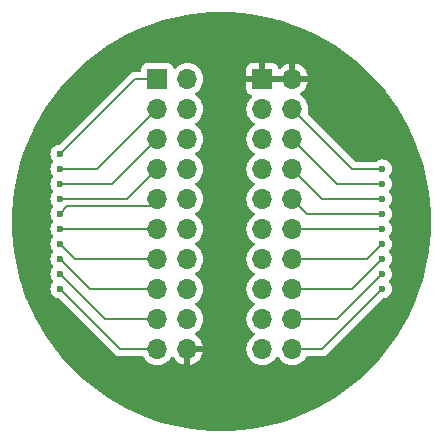
<source format=gbr>
%TF.GenerationSoftware,KiCad,Pcbnew,8.0.8*%
%TF.CreationDate,2025-01-18T10:05:32+01:00*%
%TF.ProjectId,RP2040-LCD-1_28,52503230-3430-42d4-9c43-442d312c3238,rev?*%
%TF.SameCoordinates,Original*%
%TF.FileFunction,Copper,L1,Top*%
%TF.FilePolarity,Positive*%
%FSLAX46Y46*%
G04 Gerber Fmt 4.6, Leading zero omitted, Abs format (unit mm)*
G04 Created by KiCad (PCBNEW 8.0.8) date 2025-01-18 10:05:32*
%MOMM*%
%LPD*%
G01*
G04 APERTURE LIST*
%TA.AperFunction,ComponentPad*%
%ADD10O,1.700000X1.700000*%
%TD*%
%TA.AperFunction,ComponentPad*%
%ADD11R,1.700000X1.700000*%
%TD*%
%TA.AperFunction,ViaPad*%
%ADD12C,0.600000*%
%TD*%
%TA.AperFunction,Conductor*%
%ADD13C,0.200000*%
%TD*%
G04 APERTURE END LIST*
D10*
%TO.P,J4,20,Pin_20*%
%TO.N,GP24{slash}IMU_INT2*%
X159512800Y-102532200D03*
%TO.P,J4,19,Pin_19*%
%TO.N,GP16*%
X156972800Y-102532200D03*
%TO.P,J4,18,Pin_18*%
%TO.N,GP25{slash}LCD_BL*%
X159512800Y-99992200D03*
%TO.P,J4,17,Pin_17*%
%TO.N,GP17*%
X156972800Y-99992200D03*
%TO.P,J4,16,Pin_16*%
%TO.N,GP26*%
X159512800Y-97452200D03*
%TO.P,J4,15,Pin_15*%
%TO.N,GP18*%
X156972800Y-97452200D03*
%TO.P,J4,14,Pin_14*%
%TO.N,GP27*%
X159512800Y-94912200D03*
%TO.P,J4,13,Pin_13*%
%TO.N,GP19*%
X156972800Y-94912200D03*
%TO.P,J4,12,Pin_12*%
%TO.N,GP28*%
X159512800Y-92372200D03*
%TO.P,J4,11,Pin_11*%
%TO.N,GP20*%
X156972800Y-92372200D03*
%TO.P,J4,10,Pin_10*%
%TO.N,GP29{slash}BAT_ADC*%
X159512800Y-89832200D03*
%TO.P,J4,9,Pin_9*%
%TO.N,GP21*%
X156972800Y-89832200D03*
%TO.P,J4,8,Pin_8*%
%TO.N,RUN*%
X159512800Y-87292200D03*
%TO.P,J4,7,Pin_7*%
%TO.N,GP22*%
X156972800Y-87292200D03*
%TO.P,J4,6,Pin_6*%
%TO.N,BOOT*%
X159512800Y-84752200D03*
%TO.P,J4,5,Pin_5*%
%TO.N,GP23{slash}IMU_INT1*%
X156972800Y-84752200D03*
%TO.P,J4,4,Pin_4*%
%TO.N,ADC_AVDD*%
X159512800Y-82212200D03*
%TO.P,J4,3,Pin_3*%
%TO.N,VSYS*%
X156972800Y-82212200D03*
%TO.P,J4,2,Pin_2*%
%TO.N,GND*%
X159512800Y-79672200D03*
D11*
%TO.P,J4,1,Pin_1*%
X156972800Y-79672200D03*
%TD*%
%TO.P,J3,1,Pin_1*%
%TO.N,GP8{slash}LCD_DC*%
X148082800Y-79672200D03*
D10*
%TO.P,J3,2,Pin_2*%
%TO.N,GP0*%
X150622800Y-79672200D03*
%TO.P,J3,3,Pin_3*%
%TO.N,GP9{slash}LCD_CS*%
X148082800Y-82212200D03*
%TO.P,J3,4,Pin_4*%
%TO.N,GP1*%
X150622800Y-82212200D03*
%TO.P,J3,5,Pin_5*%
%TO.N,GP10{slash}LCD_CLK*%
X148082800Y-84752200D03*
%TO.P,J3,6,Pin_6*%
%TO.N,GP2*%
X150622800Y-84752200D03*
%TO.P,J3,7,Pin_7*%
%TO.N,GP11{slash}LCD DIN*%
X148082800Y-87292200D03*
%TO.P,J3,8,Pin_8*%
%TO.N,GP3*%
X150622800Y-87292200D03*
%TO.P,J3,9,Pin_9*%
%TO.N,GP12{slash}LCD_RST*%
X148082800Y-89832200D03*
%TO.P,J3,10,Pin_10*%
%TO.N,GP4*%
X150622800Y-89832200D03*
%TO.P,J3,11,Pin_11*%
%TO.N,GP13*%
X148082800Y-92372200D03*
%TO.P,J3,12,Pin_12*%
%TO.N,GP5*%
X150622800Y-92372200D03*
%TO.P,J3,13,Pin_13*%
%TO.N,GP14*%
X148082800Y-94912200D03*
%TO.P,J3,14,Pin_14*%
%TO.N,GP6{slash}IMU_SDA*%
X150622800Y-94912200D03*
%TO.P,J3,15,Pin_15*%
%TO.N,GP15*%
X148082800Y-97452200D03*
%TO.P,J3,16,Pin_16*%
%TO.N,GP7{slash}IMU_SCL*%
X150622800Y-97452200D03*
%TO.P,J3,17,Pin_17*%
%TO.N,SWCLK*%
X148082800Y-99992200D03*
%TO.P,J3,18,Pin_18*%
%TO.N,VSYS*%
X150622800Y-99992200D03*
%TO.P,J3,19,Pin_19*%
%TO.N,SWDIO*%
X148082800Y-102532200D03*
%TO.P,J3,20,Pin_20*%
%TO.N,GND*%
X150622800Y-102532200D03*
%TD*%
D12*
%TO.N,GND*%
X153797800Y-107612200D03*
X153797800Y-76497200D03*
X163957800Y-103167200D03*
X142367800Y-103167200D03*
X141732800Y-80942200D03*
X163957800Y-80942200D03*
%TO.N,GP24{slash}IMU_INT2*%
X167132800Y-97452200D03*
%TO.N,GP25{slash}LCD_BL*%
X167132800Y-96182200D03*
%TO.N,GP26*%
X167132800Y-94912200D03*
%TO.N,GP27*%
X167132800Y-93642200D03*
%TO.N,GP28*%
X167132800Y-92372200D03*
%TO.N,GP29{slash}BAT_ADC*%
X167132800Y-91102200D03*
%TO.N,RUN*%
X167132800Y-89832200D03*
%TO.N,BOOT*%
X167132800Y-88562200D03*
%TO.N,ADC_AVDD*%
X167132800Y-87292200D03*
%TO.N,SWDIO*%
X139827800Y-97452200D03*
%TO.N,SWCLK*%
X139827800Y-96182200D03*
%TO.N,GP15*%
X139827800Y-94912200D03*
%TO.N,GP14*%
X139827800Y-93642200D03*
%TO.N,GP13*%
X139827800Y-92372200D03*
%TO.N,GP12{slash}LCD_RST*%
X139827800Y-91102200D03*
%TO.N,GP11{slash}LCD DIN*%
X139827800Y-89832200D03*
%TO.N,GP10{slash}LCD_CLK*%
X139827800Y-88562200D03*
%TO.N,GP9{slash}LCD_CS*%
X139827800Y-87292200D03*
%TO.N,GP8{slash}LCD_DC*%
X139827800Y-86022200D03*
%TD*%
D13*
%TO.N,GP24{slash}IMU_INT2*%
X167132800Y-97452200D02*
X162052800Y-102532200D01*
X162052800Y-102532200D02*
X159512800Y-102532200D01*
%TO.N,GP25{slash}LCD_BL*%
X163322800Y-99992200D02*
X159512800Y-99992200D01*
X167132800Y-96182200D02*
X163322800Y-99992200D01*
%TO.N,GP26*%
X164592800Y-97452200D02*
X159512800Y-97452200D01*
X167132800Y-94912200D02*
X164592800Y-97452200D01*
%TO.N,GP27*%
X167132800Y-93642200D02*
X165862800Y-94912200D01*
X165862800Y-94912200D02*
X159512800Y-94912200D01*
%TO.N,GP28*%
X167132800Y-92372200D02*
X159512800Y-92372200D01*
%TO.N,GP29{slash}BAT_ADC*%
X160782800Y-91102200D02*
X159512800Y-89832200D01*
X167132800Y-91102200D02*
X160782800Y-91102200D01*
%TO.N,RUN*%
X167132800Y-89832200D02*
X162052800Y-89832200D01*
X162052800Y-89832200D02*
X159512800Y-87292200D01*
%TO.N,BOOT*%
X167132800Y-88562200D02*
X163322800Y-88562200D01*
X163322800Y-88562200D02*
X159512800Y-84752200D01*
%TO.N,ADC_AVDD*%
X164592800Y-87292200D02*
X159512800Y-82212200D01*
X167132800Y-87292200D02*
X164592800Y-87292200D01*
%TO.N,SWDIO*%
X144907800Y-102532200D02*
X148082800Y-102532200D01*
X139827800Y-97452200D02*
X144907800Y-102532200D01*
%TO.N,SWCLK*%
X139827800Y-96182200D02*
X143637800Y-99992200D01*
X143637800Y-99992200D02*
X148082800Y-99992200D01*
%TO.N,GP15*%
X142367800Y-97452200D02*
X148082800Y-97452200D01*
X139827800Y-94912200D02*
X142367800Y-97452200D01*
%TO.N,GP14*%
X141097800Y-94912200D02*
X148082800Y-94912200D01*
X139827800Y-93642200D02*
X141097800Y-94912200D01*
%TO.N,GP13*%
X139827800Y-92372200D02*
X148082800Y-92372200D01*
%TO.N,GP12{slash}LCD_RST*%
X140462800Y-90467200D02*
X147447800Y-90467200D01*
X147447800Y-90467200D02*
X148082800Y-89832200D01*
X139827800Y-91102200D02*
X140462800Y-90467200D01*
%TO.N,GP11{slash}LCD DIN*%
X145542800Y-89832200D02*
X148082800Y-87292200D01*
X139827800Y-89832200D02*
X145542800Y-89832200D01*
%TO.N,GP10{slash}LCD_CLK*%
X144272800Y-88562200D02*
X148082800Y-84752200D01*
X139827800Y-88562200D02*
X144272800Y-88562200D01*
%TO.N,GP9{slash}LCD_CS*%
X139827800Y-87292200D02*
X143002800Y-87292200D01*
X143002800Y-87292200D02*
X148082800Y-82212200D01*
%TO.N,GP8{slash}LCD_DC*%
X146177800Y-79672200D02*
X148082800Y-79672200D01*
X139827800Y-86022200D02*
X146177800Y-79672200D01*
%TD*%
%TA.AperFunction,Conductor*%
%TO.N,GND*%
G36*
X159046875Y-79479207D02*
G01*
X159012800Y-79606374D01*
X159012800Y-79738026D01*
X159046875Y-79865193D01*
X159079788Y-79922200D01*
X157405812Y-79922200D01*
X157438725Y-79865193D01*
X157472800Y-79738026D01*
X157472800Y-79606374D01*
X157438725Y-79479207D01*
X157405812Y-79422200D01*
X159079788Y-79422200D01*
X159046875Y-79479207D01*
G37*
%TD.AperFunction*%
%TA.AperFunction,Conductor*%
G36*
X154341643Y-74020534D02*
G01*
X154347467Y-74020812D01*
X155184267Y-74080661D01*
X155190113Y-74081219D01*
X156023108Y-74180816D01*
X156028907Y-74181649D01*
X156856239Y-74320773D01*
X156861968Y-74321877D01*
X157681725Y-74500205D01*
X157687435Y-74501590D01*
X158278246Y-74659896D01*
X158497764Y-74718716D01*
X158503427Y-74720379D01*
X159302492Y-74975812D01*
X159308027Y-74977727D01*
X160094067Y-75270905D01*
X160099543Y-75273098D01*
X160870700Y-75603326D01*
X160876043Y-75605766D01*
X161283608Y-75803749D01*
X161630645Y-75972329D01*
X161635885Y-75975031D01*
X162372170Y-76377073D01*
X162377264Y-76380014D01*
X163093586Y-76816635D01*
X163098551Y-76819826D01*
X163793275Y-77290029D01*
X163798082Y-77293452D01*
X164469637Y-77796172D01*
X164474277Y-77799820D01*
X165121179Y-78333947D01*
X165125638Y-78337811D01*
X165616604Y-78784130D01*
X165746379Y-78902103D01*
X165750650Y-78906176D01*
X166343823Y-79499349D01*
X166347896Y-79503620D01*
X166912187Y-80124360D01*
X166916052Y-80128820D01*
X167396486Y-80710693D01*
X167450179Y-80775722D01*
X167453824Y-80780359D01*
X167651016Y-81043775D01*
X167956547Y-81451917D01*
X167959970Y-81456724D01*
X168430173Y-82151448D01*
X168433364Y-82156413D01*
X168869980Y-82872727D01*
X168872931Y-82877838D01*
X169274965Y-83614108D01*
X169277670Y-83619354D01*
X169644227Y-84373944D01*
X169646678Y-84379312D01*
X169976900Y-85150453D01*
X169979094Y-85155932D01*
X170272264Y-85941951D01*
X170274194Y-85947529D01*
X170529620Y-86746572D01*
X170531283Y-86752235D01*
X170748406Y-87562551D01*
X170749797Y-87568286D01*
X170928115Y-88387998D01*
X170929232Y-88393793D01*
X171068346Y-89221071D01*
X171069186Y-89226913D01*
X171168778Y-90059872D01*
X171169339Y-90065747D01*
X171229185Y-90902496D01*
X171229466Y-90908391D01*
X171249429Y-91747049D01*
X171249429Y-91752951D01*
X171229466Y-92591608D01*
X171229185Y-92597503D01*
X171169339Y-93434252D01*
X171168778Y-93440127D01*
X171069186Y-94273086D01*
X171068346Y-94278928D01*
X170929232Y-95106206D01*
X170928115Y-95112001D01*
X170749797Y-95931713D01*
X170748406Y-95937448D01*
X170531283Y-96747764D01*
X170529620Y-96753427D01*
X170274194Y-97552470D01*
X170272264Y-97558048D01*
X169979094Y-98344067D01*
X169976900Y-98349546D01*
X169646678Y-99120687D01*
X169644227Y-99126055D01*
X169277670Y-99880645D01*
X169274965Y-99885891D01*
X168872931Y-100622161D01*
X168869980Y-100627272D01*
X168433364Y-101343586D01*
X168430173Y-101348551D01*
X167959970Y-102043275D01*
X167956547Y-102048082D01*
X167453827Y-102719637D01*
X167450179Y-102724277D01*
X166916052Y-103371179D01*
X166912187Y-103375639D01*
X166347896Y-103996379D01*
X166343823Y-104000650D01*
X165750650Y-104593823D01*
X165746379Y-104597896D01*
X165125639Y-105162187D01*
X165121179Y-105166052D01*
X164474277Y-105700179D01*
X164469637Y-105703827D01*
X163798082Y-106206547D01*
X163793275Y-106209970D01*
X163098551Y-106680173D01*
X163093586Y-106683364D01*
X162377272Y-107119980D01*
X162372161Y-107122931D01*
X161635891Y-107524965D01*
X161630645Y-107527670D01*
X160876055Y-107894227D01*
X160870687Y-107896678D01*
X160099546Y-108226900D01*
X160094067Y-108229094D01*
X159308048Y-108522264D01*
X159302470Y-108524194D01*
X158503427Y-108779620D01*
X158497764Y-108781283D01*
X157687448Y-108998406D01*
X157681713Y-108999797D01*
X156862001Y-109178115D01*
X156856206Y-109179232D01*
X156028928Y-109318346D01*
X156023086Y-109319186D01*
X155190127Y-109418778D01*
X155184252Y-109419339D01*
X154347503Y-109479185D01*
X154341608Y-109479466D01*
X153502951Y-109499429D01*
X153497049Y-109499429D01*
X152658391Y-109479466D01*
X152652496Y-109479185D01*
X151815747Y-109419339D01*
X151809872Y-109418778D01*
X150976913Y-109319186D01*
X150971071Y-109318346D01*
X150143793Y-109179232D01*
X150137998Y-109178115D01*
X149318286Y-108999797D01*
X149312551Y-108998406D01*
X148502235Y-108781283D01*
X148496572Y-108779620D01*
X147697529Y-108524194D01*
X147691951Y-108522264D01*
X146905932Y-108229094D01*
X146900453Y-108226900D01*
X146129312Y-107896678D01*
X146123944Y-107894227D01*
X145369354Y-107527670D01*
X145364108Y-107524965D01*
X144627838Y-107122931D01*
X144622727Y-107119980D01*
X143906413Y-106683364D01*
X143901448Y-106680173D01*
X143206724Y-106209970D01*
X143201917Y-106206547D01*
X142530362Y-105703827D01*
X142525722Y-105700179D01*
X141878820Y-105166052D01*
X141874360Y-105162187D01*
X141253620Y-104597896D01*
X141249349Y-104593823D01*
X140656176Y-104000650D01*
X140652103Y-103996379D01*
X140478699Y-103805629D01*
X140087811Y-103375638D01*
X140083947Y-103371179D01*
X139946159Y-103204299D01*
X139549813Y-102724269D01*
X139546172Y-102719637D01*
X139405858Y-102532200D01*
X139043448Y-102048077D01*
X139040029Y-102043275D01*
X138951190Y-101912015D01*
X138569822Y-101348545D01*
X138566635Y-101343586D01*
X138545860Y-101309502D01*
X138130014Y-100627264D01*
X138127068Y-100622161D01*
X138124486Y-100617433D01*
X137725031Y-99885885D01*
X137722329Y-99880645D01*
X137547220Y-99520167D01*
X137355766Y-99126043D01*
X137353321Y-99120687D01*
X137281813Y-98953701D01*
X137023098Y-98349543D01*
X137020905Y-98344067D01*
X136991184Y-98264381D01*
X136727727Y-97558027D01*
X136725812Y-97552492D01*
X136499191Y-96843558D01*
X136470379Y-96753427D01*
X136468716Y-96747764D01*
X136365205Y-96361454D01*
X136251590Y-95937435D01*
X136250202Y-95931713D01*
X136071877Y-95111968D01*
X136070773Y-95106239D01*
X135931649Y-94278907D01*
X135930816Y-94273108D01*
X135831219Y-93440113D01*
X135830660Y-93434252D01*
X135770812Y-92597467D01*
X135770534Y-92591643D01*
X135750570Y-91752940D01*
X135750570Y-91747049D01*
X135750681Y-91742384D01*
X135770534Y-90908354D01*
X135770812Y-90902534D01*
X135830661Y-90065728D01*
X135831221Y-90059872D01*
X135837010Y-90011455D01*
X135930817Y-89226885D01*
X135931648Y-89221098D01*
X136070774Y-88393752D01*
X136071875Y-88388039D01*
X136250207Y-87568264D01*
X136251587Y-87562573D01*
X136468717Y-86752229D01*
X136470379Y-86746572D01*
X136470920Y-86744880D01*
X136701936Y-86022196D01*
X139022235Y-86022196D01*
X139022235Y-86022203D01*
X139042430Y-86201449D01*
X139042431Y-86201454D01*
X139102011Y-86371723D01*
X139197984Y-86524462D01*
X139197985Y-86524463D01*
X139243041Y-86569520D01*
X139276525Y-86630843D01*
X139271540Y-86700535D01*
X139243041Y-86744880D01*
X139197984Y-86789937D01*
X139102011Y-86942676D01*
X139042431Y-87112945D01*
X139042430Y-87112950D01*
X139022235Y-87292196D01*
X139022235Y-87292203D01*
X139042430Y-87471449D01*
X139042431Y-87471454D01*
X139102011Y-87641723D01*
X139197984Y-87794462D01*
X139197985Y-87794463D01*
X139243041Y-87839520D01*
X139276525Y-87900843D01*
X139271540Y-87970535D01*
X139243041Y-88014880D01*
X139197984Y-88059937D01*
X139102011Y-88212676D01*
X139042431Y-88382945D01*
X139042430Y-88382950D01*
X139022235Y-88562196D01*
X139022235Y-88562203D01*
X139042430Y-88741449D01*
X139042431Y-88741454D01*
X139102011Y-88911723D01*
X139197984Y-89064462D01*
X139197985Y-89064463D01*
X139243041Y-89109520D01*
X139276525Y-89170843D01*
X139271540Y-89240535D01*
X139243041Y-89284880D01*
X139197984Y-89329937D01*
X139102011Y-89482676D01*
X139042431Y-89652945D01*
X139042430Y-89652950D01*
X139022235Y-89832196D01*
X139022235Y-89832203D01*
X139042430Y-90011449D01*
X139042431Y-90011454D01*
X139102011Y-90181723D01*
X139197984Y-90334462D01*
X139197985Y-90334463D01*
X139243041Y-90379520D01*
X139276525Y-90440843D01*
X139271540Y-90510535D01*
X139243041Y-90554880D01*
X139197984Y-90599937D01*
X139102011Y-90752676D01*
X139042431Y-90922945D01*
X139042430Y-90922950D01*
X139022235Y-91102196D01*
X139022235Y-91102203D01*
X139042430Y-91281449D01*
X139042431Y-91281454D01*
X139102011Y-91451723D01*
X139197984Y-91604462D01*
X139197985Y-91604463D01*
X139243041Y-91649520D01*
X139276525Y-91710843D01*
X139271540Y-91780535D01*
X139243041Y-91824880D01*
X139197984Y-91869937D01*
X139102011Y-92022676D01*
X139042431Y-92192945D01*
X139042430Y-92192950D01*
X139022235Y-92372196D01*
X139022235Y-92372203D01*
X139042430Y-92551449D01*
X139042431Y-92551454D01*
X139102011Y-92721723D01*
X139197984Y-92874462D01*
X139197985Y-92874463D01*
X139243041Y-92919520D01*
X139276525Y-92980843D01*
X139271540Y-93050535D01*
X139243041Y-93094880D01*
X139197984Y-93139937D01*
X139102011Y-93292676D01*
X139042431Y-93462945D01*
X139042430Y-93462950D01*
X139022235Y-93642196D01*
X139022235Y-93642203D01*
X139042430Y-93821449D01*
X139042431Y-93821454D01*
X139102011Y-93991723D01*
X139197984Y-94144462D01*
X139197985Y-94144463D01*
X139243041Y-94189520D01*
X139276525Y-94250843D01*
X139271540Y-94320535D01*
X139243041Y-94364880D01*
X139197984Y-94409937D01*
X139102011Y-94562676D01*
X139042431Y-94732945D01*
X139042430Y-94732950D01*
X139022235Y-94912196D01*
X139022235Y-94912203D01*
X139042430Y-95091449D01*
X139042431Y-95091454D01*
X139102011Y-95261723D01*
X139197984Y-95414462D01*
X139197985Y-95414463D01*
X139243041Y-95459520D01*
X139276525Y-95520843D01*
X139271540Y-95590535D01*
X139243041Y-95634880D01*
X139197984Y-95679937D01*
X139102011Y-95832676D01*
X139042431Y-96002945D01*
X139042430Y-96002950D01*
X139022235Y-96182196D01*
X139022235Y-96182203D01*
X139042430Y-96361449D01*
X139042431Y-96361454D01*
X139102011Y-96531723D01*
X139197984Y-96684462D01*
X139197985Y-96684463D01*
X139243041Y-96729520D01*
X139276525Y-96790843D01*
X139271540Y-96860535D01*
X139243041Y-96904880D01*
X139197984Y-96949937D01*
X139102011Y-97102676D01*
X139042431Y-97272945D01*
X139042430Y-97272950D01*
X139022235Y-97452196D01*
X139022235Y-97452203D01*
X139042430Y-97631449D01*
X139042431Y-97631454D01*
X139102011Y-97801723D01*
X139173731Y-97915864D01*
X139197984Y-97954462D01*
X139325538Y-98082016D01*
X139478278Y-98177989D01*
X139648545Y-98237568D01*
X139735469Y-98247361D01*
X139799880Y-98274426D01*
X139809265Y-98282900D01*
X144422939Y-102896574D01*
X144422949Y-102896585D01*
X144427279Y-102900915D01*
X144427280Y-102900916D01*
X144539084Y-103012720D01*
X144608360Y-103052716D01*
X144676015Y-103091777D01*
X144828743Y-103132701D01*
X144828746Y-103132701D01*
X144994453Y-103132701D01*
X144994469Y-103132700D01*
X146793709Y-103132700D01*
X146860748Y-103152385D01*
X146906092Y-103204297D01*
X146908765Y-103210030D01*
X147044305Y-103403601D01*
X147211399Y-103570695D01*
X147308184Y-103638465D01*
X147404965Y-103706232D01*
X147404967Y-103706233D01*
X147404970Y-103706235D01*
X147619137Y-103806103D01*
X147847392Y-103867263D01*
X148035718Y-103883739D01*
X148082799Y-103887859D01*
X148082800Y-103887859D01*
X148082801Y-103887859D01*
X148122034Y-103884426D01*
X148318208Y-103867263D01*
X148546463Y-103806103D01*
X148760630Y-103706235D01*
X148954201Y-103570695D01*
X149121295Y-103403601D01*
X149251530Y-103217605D01*
X149306107Y-103173981D01*
X149375605Y-103166787D01*
X149437960Y-103198310D01*
X149454679Y-103217605D01*
X149584690Y-103403278D01*
X149751717Y-103570305D01*
X149945221Y-103705800D01*
X150159307Y-103805629D01*
X150159316Y-103805633D01*
X150372800Y-103862834D01*
X150372800Y-102965212D01*
X150429807Y-102998125D01*
X150556974Y-103032200D01*
X150688626Y-103032200D01*
X150815793Y-102998125D01*
X150872800Y-102965212D01*
X150872800Y-103862833D01*
X151086283Y-103805633D01*
X151086292Y-103805629D01*
X151300378Y-103705800D01*
X151493882Y-103570305D01*
X151660905Y-103403282D01*
X151796400Y-103209778D01*
X151896229Y-102995692D01*
X151896232Y-102995686D01*
X151953436Y-102782200D01*
X151055812Y-102782200D01*
X151088725Y-102725193D01*
X151122800Y-102598026D01*
X151122800Y-102466374D01*
X151088725Y-102339207D01*
X151055812Y-102282200D01*
X151953436Y-102282200D01*
X151953435Y-102282199D01*
X151896232Y-102068713D01*
X151896229Y-102068707D01*
X151796400Y-101854622D01*
X151796399Y-101854620D01*
X151660913Y-101661126D01*
X151660908Y-101661120D01*
X151493878Y-101494090D01*
X151308205Y-101364079D01*
X151264580Y-101309502D01*
X151257388Y-101240004D01*
X151288910Y-101177649D01*
X151308206Y-101160930D01*
X151308642Y-101160625D01*
X151494201Y-101030695D01*
X151661295Y-100863601D01*
X151796835Y-100670030D01*
X151896703Y-100455863D01*
X151957863Y-100227608D01*
X151978459Y-99992200D01*
X151957863Y-99756792D01*
X151896703Y-99528537D01*
X151796835Y-99314371D01*
X151796834Y-99314369D01*
X151661294Y-99120797D01*
X151494202Y-98953706D01*
X151494196Y-98953701D01*
X151308642Y-98823775D01*
X151265017Y-98769198D01*
X151257823Y-98699700D01*
X151289346Y-98637345D01*
X151308642Y-98620625D01*
X151330826Y-98605091D01*
X151494201Y-98490695D01*
X151661295Y-98323601D01*
X151796835Y-98130030D01*
X151896703Y-97915863D01*
X151957863Y-97687608D01*
X151978459Y-97452200D01*
X151957863Y-97216792D01*
X151896703Y-96988537D01*
X151796835Y-96774371D01*
X151796834Y-96774369D01*
X151661294Y-96580797D01*
X151494202Y-96413706D01*
X151494196Y-96413701D01*
X151308642Y-96283775D01*
X151265017Y-96229198D01*
X151257823Y-96159700D01*
X151289346Y-96097345D01*
X151308642Y-96080625D01*
X151419580Y-96002945D01*
X151494201Y-95950695D01*
X151661295Y-95783601D01*
X151796835Y-95590030D01*
X151896703Y-95375863D01*
X151957863Y-95147608D01*
X151978459Y-94912200D01*
X151957863Y-94676792D01*
X151896703Y-94448537D01*
X151796835Y-94234371D01*
X151796834Y-94234369D01*
X151661294Y-94040797D01*
X151494202Y-93873706D01*
X151494196Y-93873701D01*
X151308642Y-93743775D01*
X151265017Y-93689198D01*
X151257823Y-93619700D01*
X151289346Y-93557345D01*
X151308642Y-93540625D01*
X151419583Y-93462943D01*
X151494201Y-93410695D01*
X151661295Y-93243601D01*
X151796835Y-93050030D01*
X151896703Y-92835863D01*
X151957863Y-92607608D01*
X151978459Y-92372200D01*
X151957863Y-92136792D01*
X151896703Y-91908537D01*
X151796835Y-91694371D01*
X151796834Y-91694369D01*
X151661294Y-91500797D01*
X151494202Y-91333706D01*
X151494196Y-91333701D01*
X151308642Y-91203775D01*
X151265017Y-91149198D01*
X151257823Y-91079700D01*
X151289346Y-91017345D01*
X151308642Y-91000625D01*
X151419580Y-90922945D01*
X151494201Y-90870695D01*
X151661295Y-90703601D01*
X151796835Y-90510030D01*
X151896703Y-90295863D01*
X151957863Y-90067608D01*
X151978459Y-89832200D01*
X151957863Y-89596792D01*
X151896703Y-89368537D01*
X151796835Y-89154371D01*
X151796482Y-89153866D01*
X151661294Y-88960797D01*
X151494202Y-88793706D01*
X151494196Y-88793701D01*
X151308642Y-88663775D01*
X151265017Y-88609198D01*
X151257823Y-88539700D01*
X151289346Y-88477345D01*
X151308642Y-88460625D01*
X151330826Y-88445091D01*
X151494201Y-88330695D01*
X151661295Y-88163601D01*
X151796835Y-87970030D01*
X151896703Y-87755863D01*
X151957863Y-87527608D01*
X151978459Y-87292200D01*
X151957863Y-87056792D01*
X151896703Y-86828537D01*
X151796835Y-86614371D01*
X151791225Y-86606358D01*
X151661294Y-86420797D01*
X151494202Y-86253706D01*
X151494196Y-86253701D01*
X151308642Y-86123775D01*
X151265017Y-86069198D01*
X151257823Y-85999700D01*
X151289346Y-85937345D01*
X151308642Y-85920625D01*
X151419580Y-85842945D01*
X151494201Y-85790695D01*
X151661295Y-85623601D01*
X151796835Y-85430030D01*
X151896703Y-85215863D01*
X151957863Y-84987608D01*
X151978459Y-84752200D01*
X151957863Y-84516792D01*
X151896703Y-84288537D01*
X151796835Y-84074371D01*
X151791225Y-84066358D01*
X151661294Y-83880797D01*
X151494202Y-83713706D01*
X151494196Y-83713701D01*
X151308642Y-83583775D01*
X151265017Y-83529198D01*
X151257823Y-83459700D01*
X151289346Y-83397345D01*
X151308642Y-83380625D01*
X151330826Y-83365091D01*
X151494201Y-83250695D01*
X151661295Y-83083601D01*
X151796835Y-82890030D01*
X151896703Y-82675863D01*
X151957863Y-82447608D01*
X151978459Y-82212200D01*
X151978459Y-82212199D01*
X155617141Y-82212199D01*
X155617141Y-82212200D01*
X155637736Y-82447603D01*
X155637738Y-82447613D01*
X155698894Y-82675855D01*
X155698896Y-82675859D01*
X155698897Y-82675863D01*
X155708162Y-82695731D01*
X155798765Y-82890030D01*
X155798767Y-82890034D01*
X155907081Y-83044721D01*
X155934301Y-83083596D01*
X155934306Y-83083602D01*
X156101397Y-83250693D01*
X156101403Y-83250698D01*
X156286958Y-83380625D01*
X156330583Y-83435202D01*
X156337777Y-83504700D01*
X156306254Y-83567055D01*
X156286958Y-83583775D01*
X156101397Y-83713705D01*
X155934305Y-83880797D01*
X155798765Y-84074369D01*
X155798764Y-84074371D01*
X155698898Y-84288535D01*
X155698894Y-84288544D01*
X155637738Y-84516786D01*
X155637736Y-84516796D01*
X155617141Y-84752199D01*
X155617141Y-84752200D01*
X155637736Y-84987603D01*
X155637738Y-84987613D01*
X155698894Y-85215855D01*
X155698896Y-85215859D01*
X155698897Y-85215863D01*
X155778804Y-85387223D01*
X155798765Y-85430030D01*
X155798767Y-85430034D01*
X155861719Y-85519938D01*
X155934301Y-85623596D01*
X155934306Y-85623602D01*
X156101397Y-85790693D01*
X156101403Y-85790698D01*
X156286958Y-85920625D01*
X156330583Y-85975202D01*
X156337777Y-86044700D01*
X156306254Y-86107055D01*
X156286958Y-86123775D01*
X156101397Y-86253705D01*
X155934305Y-86420797D01*
X155798765Y-86614369D01*
X155798764Y-86614371D01*
X155698898Y-86828535D01*
X155698894Y-86828544D01*
X155637738Y-87056786D01*
X155637736Y-87056796D01*
X155617141Y-87292199D01*
X155617141Y-87292200D01*
X155637736Y-87527603D01*
X155637738Y-87527613D01*
X155698894Y-87755855D01*
X155698896Y-87755859D01*
X155698897Y-87755863D01*
X155785701Y-87942015D01*
X155798765Y-87970030D01*
X155798767Y-87970034D01*
X155861719Y-88059938D01*
X155934301Y-88163596D01*
X155934306Y-88163602D01*
X156101397Y-88330693D01*
X156101403Y-88330698D01*
X156286958Y-88460625D01*
X156330583Y-88515202D01*
X156337777Y-88584700D01*
X156306254Y-88647055D01*
X156286958Y-88663775D01*
X156101397Y-88793705D01*
X155934305Y-88960797D01*
X155798765Y-89154369D01*
X155798764Y-89154371D01*
X155698898Y-89368535D01*
X155698894Y-89368544D01*
X155637738Y-89596786D01*
X155637736Y-89596796D01*
X155617141Y-89832199D01*
X155617141Y-89832200D01*
X155637736Y-90067603D01*
X155637738Y-90067613D01*
X155698894Y-90295855D01*
X155698896Y-90295859D01*
X155698897Y-90295863D01*
X155785701Y-90482015D01*
X155798765Y-90510030D01*
X155798767Y-90510034D01*
X155861719Y-90599938D01*
X155934301Y-90703596D01*
X155934306Y-90703602D01*
X156101397Y-90870693D01*
X156101403Y-90870698D01*
X156286958Y-91000625D01*
X156330583Y-91055202D01*
X156337777Y-91124700D01*
X156306254Y-91187055D01*
X156286958Y-91203775D01*
X156101397Y-91333705D01*
X155934305Y-91500797D01*
X155798765Y-91694369D01*
X155798764Y-91694371D01*
X155698898Y-91908535D01*
X155698894Y-91908544D01*
X155637738Y-92136786D01*
X155637736Y-92136796D01*
X155617141Y-92372199D01*
X155617141Y-92372200D01*
X155637736Y-92607603D01*
X155637738Y-92607613D01*
X155698894Y-92835855D01*
X155698896Y-92835859D01*
X155698897Y-92835863D01*
X155767688Y-92983386D01*
X155798765Y-93050030D01*
X155798767Y-93050034D01*
X155861719Y-93139938D01*
X155934301Y-93243596D01*
X155934306Y-93243602D01*
X156101397Y-93410693D01*
X156101403Y-93410698D01*
X156286958Y-93540625D01*
X156330583Y-93595202D01*
X156337777Y-93664700D01*
X156306254Y-93727055D01*
X156286958Y-93743775D01*
X156101397Y-93873705D01*
X155934305Y-94040797D01*
X155798765Y-94234369D01*
X155798764Y-94234371D01*
X155698898Y-94448535D01*
X155698894Y-94448544D01*
X155637738Y-94676786D01*
X155637736Y-94676796D01*
X155617141Y-94912199D01*
X155617141Y-94912200D01*
X155637736Y-95147603D01*
X155637738Y-95147613D01*
X155698894Y-95375855D01*
X155698896Y-95375859D01*
X155698897Y-95375863D01*
X155771639Y-95531858D01*
X155798765Y-95590030D01*
X155798767Y-95590034D01*
X155861719Y-95679938D01*
X155934301Y-95783596D01*
X155934306Y-95783602D01*
X156101397Y-95950693D01*
X156101403Y-95950698D01*
X156286958Y-96080625D01*
X156330583Y-96135202D01*
X156337777Y-96204700D01*
X156306254Y-96267055D01*
X156286958Y-96283775D01*
X156101397Y-96413705D01*
X155934305Y-96580797D01*
X155798765Y-96774369D01*
X155798764Y-96774371D01*
X155698898Y-96988535D01*
X155698894Y-96988544D01*
X155637738Y-97216786D01*
X155637736Y-97216796D01*
X155617141Y-97452199D01*
X155617141Y-97452200D01*
X155637736Y-97687603D01*
X155637738Y-97687613D01*
X155698894Y-97915855D01*
X155698896Y-97915859D01*
X155698897Y-97915863D01*
X155762853Y-98053016D01*
X155798765Y-98130030D01*
X155798767Y-98130034D01*
X155874063Y-98237567D01*
X155934301Y-98323596D01*
X155934306Y-98323602D01*
X156101397Y-98490693D01*
X156101403Y-98490698D01*
X156286958Y-98620625D01*
X156330583Y-98675202D01*
X156337777Y-98744700D01*
X156306254Y-98807055D01*
X156286958Y-98823775D01*
X156101397Y-98953705D01*
X155934305Y-99120797D01*
X155798765Y-99314369D01*
X155798764Y-99314371D01*
X155698898Y-99528535D01*
X155698894Y-99528544D01*
X155637738Y-99756786D01*
X155637736Y-99756796D01*
X155617141Y-99992199D01*
X155617141Y-99992200D01*
X155637736Y-100227603D01*
X155637738Y-100227613D01*
X155698894Y-100455855D01*
X155698896Y-100455859D01*
X155698897Y-100455863D01*
X155762853Y-100593016D01*
X155798765Y-100670030D01*
X155798767Y-100670034D01*
X155888303Y-100797903D01*
X155934301Y-100863596D01*
X155934306Y-100863602D01*
X156101397Y-101030693D01*
X156101403Y-101030698D01*
X156286958Y-101160625D01*
X156330583Y-101215202D01*
X156337777Y-101284700D01*
X156306254Y-101347055D01*
X156286958Y-101363775D01*
X156101397Y-101493705D01*
X155934305Y-101660797D01*
X155798765Y-101854369D01*
X155798764Y-101854371D01*
X155698898Y-102068535D01*
X155698894Y-102068544D01*
X155637738Y-102296786D01*
X155637736Y-102296796D01*
X155617141Y-102532199D01*
X155617141Y-102532200D01*
X155637736Y-102767603D01*
X155637738Y-102767613D01*
X155698894Y-102995855D01*
X155698896Y-102995859D01*
X155698897Y-102995863D01*
X155778804Y-103167223D01*
X155798765Y-103210030D01*
X155798767Y-103210034D01*
X155907081Y-103364721D01*
X155934305Y-103403601D01*
X156101399Y-103570695D01*
X156198184Y-103638465D01*
X156294965Y-103706232D01*
X156294967Y-103706233D01*
X156294970Y-103706235D01*
X156509137Y-103806103D01*
X156737392Y-103867263D01*
X156925718Y-103883739D01*
X156972799Y-103887859D01*
X156972800Y-103887859D01*
X156972801Y-103887859D01*
X157012034Y-103884426D01*
X157208208Y-103867263D01*
X157436463Y-103806103D01*
X157650630Y-103706235D01*
X157844201Y-103570695D01*
X158011295Y-103403601D01*
X158141225Y-103218042D01*
X158195802Y-103174417D01*
X158265300Y-103167223D01*
X158327655Y-103198746D01*
X158344375Y-103218042D01*
X158474300Y-103403595D01*
X158474305Y-103403601D01*
X158641399Y-103570695D01*
X158738184Y-103638465D01*
X158834965Y-103706232D01*
X158834967Y-103706233D01*
X158834970Y-103706235D01*
X159049137Y-103806103D01*
X159277392Y-103867263D01*
X159465718Y-103883739D01*
X159512799Y-103887859D01*
X159512800Y-103887859D01*
X159512801Y-103887859D01*
X159552034Y-103884426D01*
X159748208Y-103867263D01*
X159976463Y-103806103D01*
X160190630Y-103706235D01*
X160384201Y-103570695D01*
X160551295Y-103403601D01*
X160686835Y-103210030D01*
X160689507Y-103204297D01*
X160735678Y-103151858D01*
X160801891Y-103132700D01*
X161966131Y-103132700D01*
X161966147Y-103132701D01*
X161973743Y-103132701D01*
X162131854Y-103132701D01*
X162131857Y-103132701D01*
X162284585Y-103091777D01*
X162352240Y-103052716D01*
X162421516Y-103012720D01*
X162533320Y-102900916D01*
X162533320Y-102900914D01*
X162543524Y-102890711D01*
X162543528Y-102890706D01*
X167151335Y-98282898D01*
X167212656Y-98249415D01*
X167225111Y-98247363D01*
X167312055Y-98237568D01*
X167482322Y-98177989D01*
X167635062Y-98082016D01*
X167762616Y-97954462D01*
X167858589Y-97801722D01*
X167918168Y-97631455D01*
X167926439Y-97558048D01*
X167938365Y-97452203D01*
X167938365Y-97452196D01*
X167918169Y-97272950D01*
X167918168Y-97272945D01*
X167858588Y-97102676D01*
X167762615Y-96949937D01*
X167717559Y-96904881D01*
X167684074Y-96843558D01*
X167689058Y-96773866D01*
X167717559Y-96729519D01*
X167762616Y-96684462D01*
X167858589Y-96531722D01*
X167918168Y-96361455D01*
X167918169Y-96361449D01*
X167938365Y-96182203D01*
X167938365Y-96182196D01*
X167918169Y-96002950D01*
X167918168Y-96002945D01*
X167899884Y-95950693D01*
X167858589Y-95832678D01*
X167827752Y-95783602D01*
X167762615Y-95679937D01*
X167717559Y-95634881D01*
X167684074Y-95573558D01*
X167689058Y-95503866D01*
X167717559Y-95459519D01*
X167762616Y-95414462D01*
X167858589Y-95261722D01*
X167918168Y-95091455D01*
X167938365Y-94912200D01*
X167918168Y-94732945D01*
X167858589Y-94562678D01*
X167762616Y-94409938D01*
X167717558Y-94364880D01*
X167684074Y-94303558D01*
X167689058Y-94233866D01*
X167717559Y-94189519D01*
X167762616Y-94144462D01*
X167858589Y-93991722D01*
X167918168Y-93821455D01*
X167918169Y-93821449D01*
X167938365Y-93642203D01*
X167938365Y-93642196D01*
X167918169Y-93462950D01*
X167918168Y-93462945D01*
X167858588Y-93292676D01*
X167819382Y-93230280D01*
X167762616Y-93139938D01*
X167717558Y-93094880D01*
X167684074Y-93033558D01*
X167689058Y-92963866D01*
X167717559Y-92919519D01*
X167762616Y-92874462D01*
X167858589Y-92721722D01*
X167918168Y-92551455D01*
X167938365Y-92372200D01*
X167918168Y-92192945D01*
X167858589Y-92022678D01*
X167762616Y-91869938D01*
X167717558Y-91824880D01*
X167684074Y-91763558D01*
X167689058Y-91693866D01*
X167717559Y-91649519D01*
X167737025Y-91630053D01*
X167762616Y-91604462D01*
X167858589Y-91451722D01*
X167918168Y-91281455D01*
X167926293Y-91209347D01*
X167938365Y-91102203D01*
X167938365Y-91102196D01*
X167918169Y-90922950D01*
X167918168Y-90922945D01*
X167858588Y-90752676D01*
X167762615Y-90599937D01*
X167717559Y-90554881D01*
X167684074Y-90493558D01*
X167689058Y-90423866D01*
X167717559Y-90379519D01*
X167762616Y-90334462D01*
X167858589Y-90181722D01*
X167918168Y-90011455D01*
X167938365Y-89832200D01*
X167920060Y-89669738D01*
X167918169Y-89652950D01*
X167918168Y-89652945D01*
X167858588Y-89482676D01*
X167762615Y-89329937D01*
X167717559Y-89284881D01*
X167684074Y-89223558D01*
X167689058Y-89153866D01*
X167717559Y-89109519D01*
X167737025Y-89090053D01*
X167762616Y-89064462D01*
X167858589Y-88911722D01*
X167918168Y-88741455D01*
X167918169Y-88741449D01*
X167938365Y-88562203D01*
X167938365Y-88562196D01*
X167918169Y-88382950D01*
X167918168Y-88382945D01*
X167858588Y-88212676D01*
X167762615Y-88059937D01*
X167717559Y-88014881D01*
X167684074Y-87953558D01*
X167689058Y-87883866D01*
X167717559Y-87839519D01*
X167737025Y-87820053D01*
X167762616Y-87794462D01*
X167858589Y-87641722D01*
X167918168Y-87471455D01*
X167938365Y-87292200D01*
X167935228Y-87264359D01*
X167918169Y-87112950D01*
X167918168Y-87112945D01*
X167858588Y-86942676D01*
X167762615Y-86789937D01*
X167635062Y-86662384D01*
X167482323Y-86566411D01*
X167312054Y-86506831D01*
X167312049Y-86506830D01*
X167132804Y-86486635D01*
X167132796Y-86486635D01*
X166953550Y-86506830D01*
X166953545Y-86506831D01*
X166783276Y-86566411D01*
X166630536Y-86662385D01*
X166627703Y-86664645D01*
X166625524Y-86665534D01*
X166624642Y-86666089D01*
X166624544Y-86665934D01*
X166563017Y-86691055D01*
X166550388Y-86691700D01*
X164892897Y-86691700D01*
X164825858Y-86672015D01*
X164805216Y-86655381D01*
X160845566Y-82695731D01*
X160812081Y-82634408D01*
X160813472Y-82575957D01*
X160814663Y-82571509D01*
X160847863Y-82447608D01*
X160868459Y-82212200D01*
X160847863Y-81976792D01*
X160786703Y-81748537D01*
X160686835Y-81534371D01*
X160681225Y-81526358D01*
X160551294Y-81340797D01*
X160384202Y-81173706D01*
X160384201Y-81173705D01*
X160198205Y-81043469D01*
X160154581Y-80988892D01*
X160147388Y-80919393D01*
X160178910Y-80857039D01*
X160198205Y-80840319D01*
X160383882Y-80710305D01*
X160550905Y-80543282D01*
X160686400Y-80349778D01*
X160786229Y-80135692D01*
X160786232Y-80135686D01*
X160843436Y-79922200D01*
X159945812Y-79922200D01*
X159978725Y-79865193D01*
X160012800Y-79738026D01*
X160012800Y-79606374D01*
X159978725Y-79479207D01*
X159945812Y-79422200D01*
X160843436Y-79422200D01*
X160843435Y-79422199D01*
X160786232Y-79208713D01*
X160786229Y-79208707D01*
X160686400Y-78994622D01*
X160686399Y-78994620D01*
X160550913Y-78801126D01*
X160550908Y-78801120D01*
X160383882Y-78634094D01*
X160190378Y-78498599D01*
X159976292Y-78398770D01*
X159976286Y-78398767D01*
X159762800Y-78341564D01*
X159762800Y-79239188D01*
X159705793Y-79206275D01*
X159578626Y-79172200D01*
X159446974Y-79172200D01*
X159319807Y-79206275D01*
X159262800Y-79239188D01*
X159262800Y-78341564D01*
X159262799Y-78341564D01*
X159049313Y-78398767D01*
X159049307Y-78398770D01*
X158835222Y-78498599D01*
X158835220Y-78498600D01*
X158641726Y-78634086D01*
X158519277Y-78756535D01*
X158457954Y-78790019D01*
X158388262Y-78785035D01*
X158332329Y-78743163D01*
X158315414Y-78712186D01*
X158266154Y-78580113D01*
X158266150Y-78580106D01*
X158179990Y-78465012D01*
X158179987Y-78465009D01*
X158064893Y-78378849D01*
X158064886Y-78378845D01*
X157930179Y-78328603D01*
X157930172Y-78328601D01*
X157870644Y-78322200D01*
X157222800Y-78322200D01*
X157222800Y-79239188D01*
X157165793Y-79206275D01*
X157038626Y-79172200D01*
X156906974Y-79172200D01*
X156779807Y-79206275D01*
X156722800Y-79239188D01*
X156722800Y-78322200D01*
X156074955Y-78322200D01*
X156015427Y-78328601D01*
X156015420Y-78328603D01*
X155880713Y-78378845D01*
X155880706Y-78378849D01*
X155765612Y-78465009D01*
X155765609Y-78465012D01*
X155679449Y-78580106D01*
X155679445Y-78580113D01*
X155629203Y-78714820D01*
X155629201Y-78714827D01*
X155622800Y-78774355D01*
X155622800Y-79422200D01*
X156539788Y-79422200D01*
X156506875Y-79479207D01*
X156472800Y-79606374D01*
X156472800Y-79738026D01*
X156506875Y-79865193D01*
X156539788Y-79922200D01*
X155622800Y-79922200D01*
X155622800Y-80570044D01*
X155629201Y-80629572D01*
X155629203Y-80629579D01*
X155679445Y-80764286D01*
X155679449Y-80764293D01*
X155765609Y-80879387D01*
X155765612Y-80879390D01*
X155880706Y-80965550D01*
X155880713Y-80965554D01*
X156012270Y-81014621D01*
X156068203Y-81056492D01*
X156092621Y-81121956D01*
X156077770Y-81190229D01*
X156056619Y-81218484D01*
X155934303Y-81340800D01*
X155798765Y-81534369D01*
X155798764Y-81534371D01*
X155698898Y-81748535D01*
X155698894Y-81748544D01*
X155637738Y-81976786D01*
X155637736Y-81976796D01*
X155617141Y-82212199D01*
X151978459Y-82212199D01*
X151957863Y-81976792D01*
X151896703Y-81748537D01*
X151796835Y-81534371D01*
X151791225Y-81526358D01*
X151661294Y-81340797D01*
X151494202Y-81173706D01*
X151494196Y-81173701D01*
X151308642Y-81043775D01*
X151265017Y-80989198D01*
X151257823Y-80919700D01*
X151289346Y-80857345D01*
X151308642Y-80840625D01*
X151401333Y-80775722D01*
X151494201Y-80710695D01*
X151661295Y-80543601D01*
X151796835Y-80350030D01*
X151896703Y-80135863D01*
X151957863Y-79907608D01*
X151978459Y-79672200D01*
X151957863Y-79436792D01*
X151896703Y-79208537D01*
X151796835Y-78994371D01*
X151735081Y-78906176D01*
X151661294Y-78800797D01*
X151494202Y-78633706D01*
X151494195Y-78633701D01*
X151300634Y-78498167D01*
X151300630Y-78498165D01*
X151229527Y-78465009D01*
X151086463Y-78398297D01*
X151086459Y-78398296D01*
X151086455Y-78398294D01*
X150858213Y-78337138D01*
X150858203Y-78337136D01*
X150622801Y-78316541D01*
X150622799Y-78316541D01*
X150387396Y-78337136D01*
X150387386Y-78337138D01*
X150159144Y-78398294D01*
X150159135Y-78398298D01*
X149944971Y-78498164D01*
X149944969Y-78498165D01*
X149751400Y-78633703D01*
X149629473Y-78755630D01*
X149568150Y-78789114D01*
X149498458Y-78784130D01*
X149442525Y-78742258D01*
X149425610Y-78711281D01*
X149376597Y-78579871D01*
X149376593Y-78579864D01*
X149290347Y-78464655D01*
X149290344Y-78464652D01*
X149175135Y-78378406D01*
X149175128Y-78378402D01*
X149040282Y-78328108D01*
X149040283Y-78328108D01*
X148980683Y-78321701D01*
X148980681Y-78321700D01*
X148980673Y-78321700D01*
X148980664Y-78321700D01*
X147184929Y-78321700D01*
X147184923Y-78321701D01*
X147125316Y-78328108D01*
X146990471Y-78378402D01*
X146990464Y-78378406D01*
X146875255Y-78464652D01*
X146875252Y-78464655D01*
X146789006Y-78579864D01*
X146789002Y-78579871D01*
X146738708Y-78714717D01*
X146732301Y-78774316D01*
X146732300Y-78774335D01*
X146732300Y-78947700D01*
X146712615Y-79014739D01*
X146659811Y-79060494D01*
X146608300Y-79071700D01*
X146256857Y-79071700D01*
X146098743Y-79071700D01*
X145946015Y-79112623D01*
X145946014Y-79112623D01*
X145946012Y-79112624D01*
X145946009Y-79112625D01*
X145895896Y-79141559D01*
X145895895Y-79141560D01*
X145852489Y-79166620D01*
X145809085Y-79191679D01*
X145809082Y-79191681D01*
X145697278Y-79303486D01*
X139809265Y-85191498D01*
X139747942Y-85224983D01*
X139735468Y-85227037D01*
X139648550Y-85236830D01*
X139478278Y-85296410D01*
X139325537Y-85392384D01*
X139197984Y-85519937D01*
X139102011Y-85672676D01*
X139042431Y-85842945D01*
X139042430Y-85842950D01*
X139022235Y-86022196D01*
X136701936Y-86022196D01*
X136725816Y-85947494D01*
X136727723Y-85941985D01*
X137020911Y-85155915D01*
X137023099Y-85150453D01*
X137353333Y-84379283D01*
X137355758Y-84373972D01*
X137722340Y-83619332D01*
X137725021Y-83614131D01*
X138127083Y-82877811D01*
X138130003Y-82872753D01*
X138566650Y-82156388D01*
X138569809Y-82151473D01*
X139040046Y-81456699D01*
X139043434Y-81451942D01*
X139546194Y-80780332D01*
X139549797Y-80775750D01*
X140083966Y-80128797D01*
X140087792Y-80124382D01*
X140652123Y-79503598D01*
X140656155Y-79499370D01*
X141249370Y-78906155D01*
X141253598Y-78902123D01*
X141874382Y-78337792D01*
X141878797Y-78333966D01*
X142525750Y-77799797D01*
X142530332Y-77796194D01*
X143201942Y-77293434D01*
X143206699Y-77290046D01*
X143901473Y-76819809D01*
X143906388Y-76816650D01*
X144622753Y-76380003D01*
X144627811Y-76377083D01*
X145364131Y-75975021D01*
X145369332Y-75972340D01*
X146123972Y-75605758D01*
X146129283Y-75603333D01*
X146900470Y-75273091D01*
X146905915Y-75270911D01*
X147691985Y-74977723D01*
X147697494Y-74975816D01*
X148496578Y-74720376D01*
X148502229Y-74718717D01*
X149312573Y-74501587D01*
X149318264Y-74500207D01*
X150138039Y-74321875D01*
X150143752Y-74320774D01*
X150971098Y-74181648D01*
X150976885Y-74180817D01*
X151809890Y-74081219D01*
X151815728Y-74080661D01*
X152652534Y-74020812D01*
X152658354Y-74020534D01*
X153497059Y-74000570D01*
X153502941Y-74000570D01*
X154341643Y-74020534D01*
G37*
%TD.AperFunction*%
%TD*%
%TA.AperFunction,Conductor*%
%TO.N,GND*%
G36*
X159046875Y-79479207D02*
G01*
X159012800Y-79606374D01*
X159012800Y-79738026D01*
X159046875Y-79865193D01*
X159079788Y-79922200D01*
X157405812Y-79922200D01*
X157438725Y-79865193D01*
X157472800Y-79738026D01*
X157472800Y-79606374D01*
X157438725Y-79479207D01*
X157405812Y-79422200D01*
X159079788Y-79422200D01*
X159046875Y-79479207D01*
G37*
%TD.AperFunction*%
%TA.AperFunction,Conductor*%
G36*
X154341643Y-74020534D02*
G01*
X154347467Y-74020812D01*
X155184267Y-74080661D01*
X155190113Y-74081219D01*
X156023108Y-74180816D01*
X156028907Y-74181649D01*
X156856239Y-74320773D01*
X156861968Y-74321877D01*
X157681725Y-74500205D01*
X157687435Y-74501590D01*
X158278246Y-74659896D01*
X158497764Y-74718716D01*
X158503427Y-74720379D01*
X159302492Y-74975812D01*
X159308027Y-74977727D01*
X160094067Y-75270905D01*
X160099543Y-75273098D01*
X160870700Y-75603326D01*
X160876043Y-75605766D01*
X161283608Y-75803749D01*
X161630645Y-75972329D01*
X161635885Y-75975031D01*
X162372170Y-76377073D01*
X162377264Y-76380014D01*
X163093586Y-76816635D01*
X163098551Y-76819826D01*
X163793275Y-77290029D01*
X163798082Y-77293452D01*
X164469637Y-77796172D01*
X164474277Y-77799820D01*
X165121179Y-78333947D01*
X165125638Y-78337811D01*
X165616604Y-78784130D01*
X165746379Y-78902103D01*
X165750650Y-78906176D01*
X166343823Y-79499349D01*
X166347896Y-79503620D01*
X166912187Y-80124360D01*
X166916052Y-80128820D01*
X167396486Y-80710693D01*
X167450179Y-80775722D01*
X167453824Y-80780359D01*
X167651016Y-81043775D01*
X167956547Y-81451917D01*
X167959970Y-81456724D01*
X168430173Y-82151448D01*
X168433364Y-82156413D01*
X168869980Y-82872727D01*
X168872931Y-82877838D01*
X169274965Y-83614108D01*
X169277670Y-83619354D01*
X169644227Y-84373944D01*
X169646678Y-84379312D01*
X169976900Y-85150453D01*
X169979094Y-85155932D01*
X170272264Y-85941951D01*
X170274194Y-85947529D01*
X170529620Y-86746572D01*
X170531283Y-86752235D01*
X170748406Y-87562551D01*
X170749797Y-87568286D01*
X170928115Y-88387998D01*
X170929232Y-88393793D01*
X171068346Y-89221071D01*
X171069186Y-89226913D01*
X171168778Y-90059872D01*
X171169339Y-90065747D01*
X171229185Y-90902496D01*
X171229466Y-90908391D01*
X171249429Y-91747049D01*
X171249429Y-91752951D01*
X171229466Y-92591608D01*
X171229185Y-92597503D01*
X171169339Y-93434252D01*
X171168778Y-93440127D01*
X171069186Y-94273086D01*
X171068346Y-94278928D01*
X170929232Y-95106206D01*
X170928115Y-95112001D01*
X170749797Y-95931713D01*
X170748406Y-95937448D01*
X170531283Y-96747764D01*
X170529620Y-96753427D01*
X170274194Y-97552470D01*
X170272264Y-97558048D01*
X169979094Y-98344067D01*
X169976900Y-98349546D01*
X169646678Y-99120687D01*
X169644227Y-99126055D01*
X169277670Y-99880645D01*
X169274965Y-99885891D01*
X168872931Y-100622161D01*
X168869980Y-100627272D01*
X168433364Y-101343586D01*
X168430173Y-101348551D01*
X167959970Y-102043275D01*
X167956547Y-102048082D01*
X167453827Y-102719637D01*
X167450179Y-102724277D01*
X166916052Y-103371179D01*
X166912187Y-103375639D01*
X166347896Y-103996379D01*
X166343823Y-104000650D01*
X165750650Y-104593823D01*
X165746379Y-104597896D01*
X165125639Y-105162187D01*
X165121179Y-105166052D01*
X164474277Y-105700179D01*
X164469637Y-105703827D01*
X163798082Y-106206547D01*
X163793275Y-106209970D01*
X163098551Y-106680173D01*
X163093586Y-106683364D01*
X162377272Y-107119980D01*
X162372161Y-107122931D01*
X161635891Y-107524965D01*
X161630645Y-107527670D01*
X160876055Y-107894227D01*
X160870687Y-107896678D01*
X160099546Y-108226900D01*
X160094067Y-108229094D01*
X159308048Y-108522264D01*
X159302470Y-108524194D01*
X158503427Y-108779620D01*
X158497764Y-108781283D01*
X157687448Y-108998406D01*
X157681713Y-108999797D01*
X156862001Y-109178115D01*
X156856206Y-109179232D01*
X156028928Y-109318346D01*
X156023086Y-109319186D01*
X155190127Y-109418778D01*
X155184252Y-109419339D01*
X154347503Y-109479185D01*
X154341608Y-109479466D01*
X153502951Y-109499429D01*
X153497049Y-109499429D01*
X152658391Y-109479466D01*
X152652496Y-109479185D01*
X151815747Y-109419339D01*
X151809872Y-109418778D01*
X150976913Y-109319186D01*
X150971071Y-109318346D01*
X150143793Y-109179232D01*
X150137998Y-109178115D01*
X149318286Y-108999797D01*
X149312551Y-108998406D01*
X148502235Y-108781283D01*
X148496572Y-108779620D01*
X147697529Y-108524194D01*
X147691951Y-108522264D01*
X146905932Y-108229094D01*
X146900453Y-108226900D01*
X146129312Y-107896678D01*
X146123944Y-107894227D01*
X145369354Y-107527670D01*
X145364108Y-107524965D01*
X144627838Y-107122931D01*
X144622727Y-107119980D01*
X143906413Y-106683364D01*
X143901448Y-106680173D01*
X143206724Y-106209970D01*
X143201917Y-106206547D01*
X142530362Y-105703827D01*
X142525722Y-105700179D01*
X141878820Y-105166052D01*
X141874360Y-105162187D01*
X141253620Y-104597896D01*
X141249349Y-104593823D01*
X140656176Y-104000650D01*
X140652103Y-103996379D01*
X140478699Y-103805629D01*
X140087811Y-103375638D01*
X140083947Y-103371179D01*
X139946159Y-103204299D01*
X139549813Y-102724269D01*
X139546172Y-102719637D01*
X139405858Y-102532200D01*
X139043448Y-102048077D01*
X139040029Y-102043275D01*
X138951190Y-101912015D01*
X138569822Y-101348545D01*
X138566635Y-101343586D01*
X138545860Y-101309502D01*
X138130014Y-100627264D01*
X138127068Y-100622161D01*
X138124486Y-100617433D01*
X137725031Y-99885885D01*
X137722329Y-99880645D01*
X137547220Y-99520167D01*
X137355766Y-99126043D01*
X137353321Y-99120687D01*
X137281813Y-98953701D01*
X137023098Y-98349543D01*
X137020905Y-98344067D01*
X136991184Y-98264381D01*
X136727727Y-97558027D01*
X136725812Y-97552492D01*
X136499191Y-96843558D01*
X136470379Y-96753427D01*
X136468716Y-96747764D01*
X136365205Y-96361454D01*
X136251590Y-95937435D01*
X136250202Y-95931713D01*
X136071877Y-95111968D01*
X136070773Y-95106239D01*
X135931649Y-94278907D01*
X135930816Y-94273108D01*
X135831219Y-93440113D01*
X135830660Y-93434252D01*
X135770812Y-92597467D01*
X135770534Y-92591643D01*
X135750570Y-91752940D01*
X135750570Y-91747049D01*
X135750681Y-91742384D01*
X135770534Y-90908354D01*
X135770812Y-90902534D01*
X135830661Y-90065728D01*
X135831221Y-90059872D01*
X135837010Y-90011455D01*
X135930817Y-89226885D01*
X135931648Y-89221098D01*
X136070774Y-88393752D01*
X136071875Y-88388039D01*
X136250207Y-87568264D01*
X136251587Y-87562573D01*
X136468717Y-86752229D01*
X136470379Y-86746572D01*
X136470920Y-86744880D01*
X136701936Y-86022196D01*
X139022235Y-86022196D01*
X139022235Y-86022203D01*
X139042430Y-86201449D01*
X139042431Y-86201454D01*
X139102011Y-86371723D01*
X139197984Y-86524462D01*
X139197985Y-86524463D01*
X139243041Y-86569520D01*
X139276525Y-86630843D01*
X139271540Y-86700535D01*
X139243041Y-86744880D01*
X139197984Y-86789937D01*
X139102011Y-86942676D01*
X139042431Y-87112945D01*
X139042430Y-87112950D01*
X139022235Y-87292196D01*
X139022235Y-87292203D01*
X139042430Y-87471449D01*
X139042431Y-87471454D01*
X139102011Y-87641723D01*
X139197984Y-87794462D01*
X139197985Y-87794463D01*
X139243041Y-87839520D01*
X139276525Y-87900843D01*
X139271540Y-87970535D01*
X139243041Y-88014880D01*
X139197984Y-88059937D01*
X139102011Y-88212676D01*
X139042431Y-88382945D01*
X139042430Y-88382950D01*
X139022235Y-88562196D01*
X139022235Y-88562203D01*
X139042430Y-88741449D01*
X139042431Y-88741454D01*
X139102011Y-88911723D01*
X139197984Y-89064462D01*
X139197985Y-89064463D01*
X139243041Y-89109520D01*
X139276525Y-89170843D01*
X139271540Y-89240535D01*
X139243041Y-89284880D01*
X139197984Y-89329937D01*
X139102011Y-89482676D01*
X139042431Y-89652945D01*
X139042430Y-89652950D01*
X139022235Y-89832196D01*
X139022235Y-89832203D01*
X139042430Y-90011449D01*
X139042431Y-90011454D01*
X139102011Y-90181723D01*
X139197984Y-90334462D01*
X139197985Y-90334463D01*
X139243041Y-90379520D01*
X139276525Y-90440843D01*
X139271540Y-90510535D01*
X139243041Y-90554880D01*
X139197984Y-90599937D01*
X139102011Y-90752676D01*
X139042431Y-90922945D01*
X139042430Y-90922950D01*
X139022235Y-91102196D01*
X139022235Y-91102203D01*
X139042430Y-91281449D01*
X139042431Y-91281454D01*
X139102011Y-91451723D01*
X139197984Y-91604462D01*
X139197985Y-91604463D01*
X139243041Y-91649520D01*
X139276525Y-91710843D01*
X139271540Y-91780535D01*
X139243041Y-91824880D01*
X139197984Y-91869937D01*
X139102011Y-92022676D01*
X139042431Y-92192945D01*
X139042430Y-92192950D01*
X139022235Y-92372196D01*
X139022235Y-92372203D01*
X139042430Y-92551449D01*
X139042431Y-92551454D01*
X139102011Y-92721723D01*
X139197984Y-92874462D01*
X139197985Y-92874463D01*
X139243041Y-92919520D01*
X139276525Y-92980843D01*
X139271540Y-93050535D01*
X139243041Y-93094880D01*
X139197984Y-93139937D01*
X139102011Y-93292676D01*
X139042431Y-93462945D01*
X139042430Y-93462950D01*
X139022235Y-93642196D01*
X139022235Y-93642203D01*
X139042430Y-93821449D01*
X139042431Y-93821454D01*
X139102011Y-93991723D01*
X139197984Y-94144462D01*
X139197985Y-94144463D01*
X139243041Y-94189520D01*
X139276525Y-94250843D01*
X139271540Y-94320535D01*
X139243041Y-94364880D01*
X139197984Y-94409937D01*
X139102011Y-94562676D01*
X139042431Y-94732945D01*
X139042430Y-94732950D01*
X139022235Y-94912196D01*
X139022235Y-94912203D01*
X139042430Y-95091449D01*
X139042431Y-95091454D01*
X139102011Y-95261723D01*
X139197984Y-95414462D01*
X139197985Y-95414463D01*
X139243041Y-95459520D01*
X139276525Y-95520843D01*
X139271540Y-95590535D01*
X139243041Y-95634880D01*
X139197984Y-95679937D01*
X139102011Y-95832676D01*
X139042431Y-96002945D01*
X139042430Y-96002950D01*
X139022235Y-96182196D01*
X139022235Y-96182203D01*
X139042430Y-96361449D01*
X139042431Y-96361454D01*
X139102011Y-96531723D01*
X139197984Y-96684462D01*
X139197985Y-96684463D01*
X139243041Y-96729520D01*
X139276525Y-96790843D01*
X139271540Y-96860535D01*
X139243041Y-96904880D01*
X139197984Y-96949937D01*
X139102011Y-97102676D01*
X139042431Y-97272945D01*
X139042430Y-97272950D01*
X139022235Y-97452196D01*
X139022235Y-97452203D01*
X139042430Y-97631449D01*
X139042431Y-97631454D01*
X139102011Y-97801723D01*
X139173731Y-97915864D01*
X139197984Y-97954462D01*
X139325538Y-98082016D01*
X139478278Y-98177989D01*
X139648545Y-98237568D01*
X139735469Y-98247361D01*
X139799880Y-98274426D01*
X139809265Y-98282900D01*
X144422939Y-102896574D01*
X144422949Y-102896585D01*
X144427279Y-102900915D01*
X144427280Y-102900916D01*
X144539084Y-103012720D01*
X144608360Y-103052716D01*
X144676015Y-103091777D01*
X144828743Y-103132701D01*
X144828746Y-103132701D01*
X144994453Y-103132701D01*
X144994469Y-103132700D01*
X146793709Y-103132700D01*
X146860748Y-103152385D01*
X146906092Y-103204297D01*
X146908765Y-103210030D01*
X147044305Y-103403601D01*
X147211399Y-103570695D01*
X147308184Y-103638465D01*
X147404965Y-103706232D01*
X147404967Y-103706233D01*
X147404970Y-103706235D01*
X147619137Y-103806103D01*
X147847392Y-103867263D01*
X148035718Y-103883739D01*
X148082799Y-103887859D01*
X148082800Y-103887859D01*
X148082801Y-103887859D01*
X148122034Y-103884426D01*
X148318208Y-103867263D01*
X148546463Y-103806103D01*
X148760630Y-103706235D01*
X148954201Y-103570695D01*
X149121295Y-103403601D01*
X149251530Y-103217605D01*
X149306107Y-103173981D01*
X149375605Y-103166787D01*
X149437960Y-103198310D01*
X149454679Y-103217605D01*
X149584690Y-103403278D01*
X149751717Y-103570305D01*
X149945221Y-103705800D01*
X150159307Y-103805629D01*
X150159316Y-103805633D01*
X150372800Y-103862834D01*
X150372800Y-102965212D01*
X150429807Y-102998125D01*
X150556974Y-103032200D01*
X150688626Y-103032200D01*
X150815793Y-102998125D01*
X150872800Y-102965212D01*
X150872800Y-103862833D01*
X151086283Y-103805633D01*
X151086292Y-103805629D01*
X151300378Y-103705800D01*
X151493882Y-103570305D01*
X151660905Y-103403282D01*
X151796400Y-103209778D01*
X151896229Y-102995692D01*
X151896232Y-102995686D01*
X151953436Y-102782200D01*
X151055812Y-102782200D01*
X151088725Y-102725193D01*
X151122800Y-102598026D01*
X151122800Y-102466374D01*
X151088725Y-102339207D01*
X151055812Y-102282200D01*
X151953436Y-102282200D01*
X151953435Y-102282199D01*
X151896232Y-102068713D01*
X151896229Y-102068707D01*
X151796400Y-101854622D01*
X151796399Y-101854620D01*
X151660913Y-101661126D01*
X151660908Y-101661120D01*
X151493878Y-101494090D01*
X151308205Y-101364079D01*
X151264580Y-101309502D01*
X151257388Y-101240004D01*
X151288910Y-101177649D01*
X151308206Y-101160930D01*
X151308642Y-101160625D01*
X151494201Y-101030695D01*
X151661295Y-100863601D01*
X151796835Y-100670030D01*
X151896703Y-100455863D01*
X151957863Y-100227608D01*
X151978459Y-99992200D01*
X151957863Y-99756792D01*
X151896703Y-99528537D01*
X151796835Y-99314371D01*
X151796834Y-99314369D01*
X151661294Y-99120797D01*
X151494202Y-98953706D01*
X151494196Y-98953701D01*
X151308642Y-98823775D01*
X151265017Y-98769198D01*
X151257823Y-98699700D01*
X151289346Y-98637345D01*
X151308642Y-98620625D01*
X151330826Y-98605091D01*
X151494201Y-98490695D01*
X151661295Y-98323601D01*
X151796835Y-98130030D01*
X151896703Y-97915863D01*
X151957863Y-97687608D01*
X151978459Y-97452200D01*
X151957863Y-97216792D01*
X151896703Y-96988537D01*
X151796835Y-96774371D01*
X151796834Y-96774369D01*
X151661294Y-96580797D01*
X151494202Y-96413706D01*
X151494196Y-96413701D01*
X151308642Y-96283775D01*
X151265017Y-96229198D01*
X151257823Y-96159700D01*
X151289346Y-96097345D01*
X151308642Y-96080625D01*
X151419580Y-96002945D01*
X151494201Y-95950695D01*
X151661295Y-95783601D01*
X151796835Y-95590030D01*
X151896703Y-95375863D01*
X151957863Y-95147608D01*
X151978459Y-94912200D01*
X151957863Y-94676792D01*
X151896703Y-94448537D01*
X151796835Y-94234371D01*
X151796834Y-94234369D01*
X151661294Y-94040797D01*
X151494202Y-93873706D01*
X151494196Y-93873701D01*
X151308642Y-93743775D01*
X151265017Y-93689198D01*
X151257823Y-93619700D01*
X151289346Y-93557345D01*
X151308642Y-93540625D01*
X151419583Y-93462943D01*
X151494201Y-93410695D01*
X151661295Y-93243601D01*
X151796835Y-93050030D01*
X151896703Y-92835863D01*
X151957863Y-92607608D01*
X151978459Y-92372200D01*
X151957863Y-92136792D01*
X151896703Y-91908537D01*
X151796835Y-91694371D01*
X151796834Y-91694369D01*
X151661294Y-91500797D01*
X151494202Y-91333706D01*
X151494196Y-91333701D01*
X151308642Y-91203775D01*
X151265017Y-91149198D01*
X151257823Y-91079700D01*
X151289346Y-91017345D01*
X151308642Y-91000625D01*
X151419580Y-90922945D01*
X151494201Y-90870695D01*
X151661295Y-90703601D01*
X151796835Y-90510030D01*
X151896703Y-90295863D01*
X151957863Y-90067608D01*
X151978459Y-89832200D01*
X151957863Y-89596792D01*
X151896703Y-89368537D01*
X151796835Y-89154371D01*
X151796482Y-89153866D01*
X151661294Y-88960797D01*
X151494202Y-88793706D01*
X151494196Y-88793701D01*
X151308642Y-88663775D01*
X151265017Y-88609198D01*
X151257823Y-88539700D01*
X151289346Y-88477345D01*
X151308642Y-88460625D01*
X151330826Y-88445091D01*
X151494201Y-88330695D01*
X151661295Y-88163601D01*
X151796835Y-87970030D01*
X151896703Y-87755863D01*
X151957863Y-87527608D01*
X151978459Y-87292200D01*
X151957863Y-87056792D01*
X151896703Y-86828537D01*
X151796835Y-86614371D01*
X151791225Y-86606358D01*
X151661294Y-86420797D01*
X151494202Y-86253706D01*
X151494196Y-86253701D01*
X151308642Y-86123775D01*
X151265017Y-86069198D01*
X151257823Y-85999700D01*
X151289346Y-85937345D01*
X151308642Y-85920625D01*
X151419580Y-85842945D01*
X151494201Y-85790695D01*
X151661295Y-85623601D01*
X151796835Y-85430030D01*
X151896703Y-85215863D01*
X151957863Y-84987608D01*
X151978459Y-84752200D01*
X151957863Y-84516792D01*
X151896703Y-84288537D01*
X151796835Y-84074371D01*
X151791225Y-84066358D01*
X151661294Y-83880797D01*
X151494202Y-83713706D01*
X151494196Y-83713701D01*
X151308642Y-83583775D01*
X151265017Y-83529198D01*
X151257823Y-83459700D01*
X151289346Y-83397345D01*
X151308642Y-83380625D01*
X151330826Y-83365091D01*
X151494201Y-83250695D01*
X151661295Y-83083601D01*
X151796835Y-82890030D01*
X151896703Y-82675863D01*
X151957863Y-82447608D01*
X151978459Y-82212200D01*
X151978459Y-82212199D01*
X155617141Y-82212199D01*
X155617141Y-82212200D01*
X155637736Y-82447603D01*
X155637738Y-82447613D01*
X155698894Y-82675855D01*
X155698896Y-82675859D01*
X155698897Y-82675863D01*
X155708162Y-82695731D01*
X155798765Y-82890030D01*
X155798767Y-82890034D01*
X155907081Y-83044721D01*
X155934301Y-83083596D01*
X155934306Y-83083602D01*
X156101397Y-83250693D01*
X156101403Y-83250698D01*
X156286958Y-83380625D01*
X156330583Y-83435202D01*
X156337777Y-83504700D01*
X156306254Y-83567055D01*
X156286958Y-83583775D01*
X156101397Y-83713705D01*
X155934305Y-83880797D01*
X155798765Y-84074369D01*
X155798764Y-84074371D01*
X155698898Y-84288535D01*
X155698894Y-84288544D01*
X155637738Y-84516786D01*
X155637736Y-84516796D01*
X155617141Y-84752199D01*
X155617141Y-84752200D01*
X155637736Y-84987603D01*
X155637738Y-84987613D01*
X155698894Y-85215855D01*
X155698896Y-85215859D01*
X155698897Y-85215863D01*
X155778804Y-85387223D01*
X155798765Y-85430030D01*
X155798767Y-85430034D01*
X155861719Y-85519938D01*
X155934301Y-85623596D01*
X155934306Y-85623602D01*
X156101397Y-85790693D01*
X156101403Y-85790698D01*
X156286958Y-85920625D01*
X156330583Y-85975202D01*
X156337777Y-86044700D01*
X156306254Y-86107055D01*
X156286958Y-86123775D01*
X156101397Y-86253705D01*
X155934305Y-86420797D01*
X155798765Y-86614369D01*
X155798764Y-86614371D01*
X155698898Y-86828535D01*
X155698894Y-86828544D01*
X155637738Y-87056786D01*
X155637736Y-87056796D01*
X155617141Y-87292199D01*
X155617141Y-87292200D01*
X155637736Y-87527603D01*
X155637738Y-87527613D01*
X155698894Y-87755855D01*
X155698896Y-87755859D01*
X155698897Y-87755863D01*
X155785701Y-87942015D01*
X155798765Y-87970030D01*
X155798767Y-87970034D01*
X155861719Y-88059938D01*
X155934301Y-88163596D01*
X155934306Y-88163602D01*
X156101397Y-88330693D01*
X156101403Y-88330698D01*
X156286958Y-88460625D01*
X156330583Y-88515202D01*
X156337777Y-88584700D01*
X156306254Y-88647055D01*
X156286958Y-88663775D01*
X156101397Y-88793705D01*
X155934305Y-88960797D01*
X155798765Y-89154369D01*
X155798764Y-89154371D01*
X155698898Y-89368535D01*
X155698894Y-89368544D01*
X155637738Y-89596786D01*
X155637736Y-89596796D01*
X155617141Y-89832199D01*
X155617141Y-89832200D01*
X155637736Y-90067603D01*
X155637738Y-90067613D01*
X155698894Y-90295855D01*
X155698896Y-90295859D01*
X155698897Y-90295863D01*
X155785701Y-90482015D01*
X155798765Y-90510030D01*
X155798767Y-90510034D01*
X155861719Y-90599938D01*
X155934301Y-90703596D01*
X155934306Y-90703602D01*
X156101397Y-90870693D01*
X156101403Y-90870698D01*
X156286958Y-91000625D01*
X156330583Y-91055202D01*
X156337777Y-91124700D01*
X156306254Y-91187055D01*
X156286958Y-91203775D01*
X156101397Y-91333705D01*
X155934305Y-91500797D01*
X155798765Y-91694369D01*
X155798764Y-91694371D01*
X155698898Y-91908535D01*
X155698894Y-91908544D01*
X155637738Y-92136786D01*
X155637736Y-92136796D01*
X155617141Y-92372199D01*
X155617141Y-92372200D01*
X155637736Y-92607603D01*
X155637738Y-92607613D01*
X155698894Y-92835855D01*
X155698896Y-92835859D01*
X155698897Y-92835863D01*
X155767688Y-92983386D01*
X155798765Y-93050030D01*
X155798767Y-93050034D01*
X155861719Y-93139938D01*
X155934301Y-93243596D01*
X155934306Y-93243602D01*
X156101397Y-93410693D01*
X156101403Y-93410698D01*
X156286958Y-93540625D01*
X156330583Y-93595202D01*
X156337777Y-93664700D01*
X156306254Y-93727055D01*
X156286958Y-93743775D01*
X156101397Y-93873705D01*
X155934305Y-94040797D01*
X155798765Y-94234369D01*
X155798764Y-94234371D01*
X155698898Y-94448535D01*
X155698894Y-94448544D01*
X155637738Y-94676786D01*
X155637736Y-94676796D01*
X155617141Y-94912199D01*
X155617141Y-94912200D01*
X155637736Y-95147603D01*
X155637738Y-95147613D01*
X155698894Y-95375855D01*
X155698896Y-95375859D01*
X155698897Y-95375863D01*
X155771639Y-95531858D01*
X155798765Y-95590030D01*
X155798767Y-95590034D01*
X155861719Y-95679938D01*
X155934301Y-95783596D01*
X155934306Y-95783602D01*
X156101397Y-95950693D01*
X156101403Y-95950698D01*
X156286958Y-96080625D01*
X156330583Y-96135202D01*
X156337777Y-96204700D01*
X156306254Y-96267055D01*
X156286958Y-96283775D01*
X156101397Y-96413705D01*
X155934305Y-96580797D01*
X155798765Y-96774369D01*
X155798764Y-96774371D01*
X155698898Y-96988535D01*
X155698894Y-96988544D01*
X155637738Y-97216786D01*
X155637736Y-97216796D01*
X155617141Y-97452199D01*
X155617141Y-97452200D01*
X155637736Y-97687603D01*
X155637738Y-97687613D01*
X155698894Y-97915855D01*
X155698896Y-97915859D01*
X155698897Y-97915863D01*
X155762853Y-98053016D01*
X155798765Y-98130030D01*
X155798767Y-98130034D01*
X155874063Y-98237567D01*
X155934301Y-98323596D01*
X155934306Y-98323602D01*
X156101397Y-98490693D01*
X156101403Y-98490698D01*
X156286958Y-98620625D01*
X156330583Y-98675202D01*
X156337777Y-98744700D01*
X156306254Y-98807055D01*
X156286958Y-98823775D01*
X156101397Y-98953705D01*
X155934305Y-99120797D01*
X155798765Y-99314369D01*
X155798764Y-99314371D01*
X155698898Y-99528535D01*
X155698894Y-99528544D01*
X155637738Y-99756786D01*
X155637736Y-99756796D01*
X155617141Y-99992199D01*
X155617141Y-99992200D01*
X155637736Y-100227603D01*
X155637738Y-100227613D01*
X155698894Y-100455855D01*
X155698896Y-100455859D01*
X155698897Y-100455863D01*
X155762853Y-100593016D01*
X155798765Y-100670030D01*
X155798767Y-100670034D01*
X155888303Y-100797903D01*
X155934301Y-100863596D01*
X155934306Y-100863602D01*
X156101397Y-101030693D01*
X156101403Y-101030698D01*
X156286958Y-101160625D01*
X156330583Y-101215202D01*
X156337777Y-101284700D01*
X156306254Y-101347055D01*
X156286958Y-101363775D01*
X156101397Y-101493705D01*
X155934305Y-101660797D01*
X155798765Y-101854369D01*
X155798764Y-101854371D01*
X155698898Y-102068535D01*
X155698894Y-102068544D01*
X155637738Y-102296786D01*
X155637736Y-102296796D01*
X155617141Y-102532199D01*
X155617141Y-102532200D01*
X155637736Y-102767603D01*
X155637738Y-102767613D01*
X155698894Y-102995855D01*
X155698896Y-102995859D01*
X155698897Y-102995863D01*
X155778804Y-103167223D01*
X155798765Y-103210030D01*
X155798767Y-103210034D01*
X155907081Y-103364721D01*
X155934305Y-103403601D01*
X156101399Y-103570695D01*
X156198184Y-103638465D01*
X156294965Y-103706232D01*
X156294967Y-103706233D01*
X156294970Y-103706235D01*
X156509137Y-103806103D01*
X156737392Y-103867263D01*
X156925718Y-103883739D01*
X156972799Y-103887859D01*
X156972800Y-103887859D01*
X156972801Y-103887859D01*
X157012034Y-103884426D01*
X157208208Y-103867263D01*
X157436463Y-103806103D01*
X157650630Y-103706235D01*
X157844201Y-103570695D01*
X158011295Y-103403601D01*
X158141225Y-103218042D01*
X158195802Y-103174417D01*
X158265300Y-103167223D01*
X158327655Y-103198746D01*
X158344375Y-103218042D01*
X158474300Y-103403595D01*
X158474305Y-103403601D01*
X158641399Y-103570695D01*
X158738184Y-103638465D01*
X158834965Y-103706232D01*
X158834967Y-103706233D01*
X158834970Y-103706235D01*
X159049137Y-103806103D01*
X159277392Y-103867263D01*
X159465718Y-103883739D01*
X159512799Y-103887859D01*
X159512800Y-103887859D01*
X159512801Y-103887859D01*
X159552034Y-103884426D01*
X159748208Y-103867263D01*
X159976463Y-103806103D01*
X160190630Y-103706235D01*
X160384201Y-103570695D01*
X160551295Y-103403601D01*
X160686835Y-103210030D01*
X160689507Y-103204297D01*
X160735678Y-103151858D01*
X160801891Y-103132700D01*
X161966131Y-103132700D01*
X161966147Y-103132701D01*
X161973743Y-103132701D01*
X162131854Y-103132701D01*
X162131857Y-103132701D01*
X162284585Y-103091777D01*
X162352240Y-103052716D01*
X162421516Y-103012720D01*
X162533320Y-102900916D01*
X162533320Y-102900914D01*
X162543524Y-102890711D01*
X162543528Y-102890706D01*
X167151335Y-98282898D01*
X167212656Y-98249415D01*
X167225111Y-98247363D01*
X167312055Y-98237568D01*
X167482322Y-98177989D01*
X167635062Y-98082016D01*
X167762616Y-97954462D01*
X167858589Y-97801722D01*
X167918168Y-97631455D01*
X167926439Y-97558048D01*
X167938365Y-97452203D01*
X167938365Y-97452196D01*
X167918169Y-97272950D01*
X167918168Y-97272945D01*
X167858588Y-97102676D01*
X167762615Y-96949937D01*
X167717559Y-96904881D01*
X167684074Y-96843558D01*
X167689058Y-96773866D01*
X167717559Y-96729519D01*
X167762616Y-96684462D01*
X167858589Y-96531722D01*
X167918168Y-96361455D01*
X167918169Y-96361449D01*
X167938365Y-96182203D01*
X167938365Y-96182196D01*
X167918169Y-96002950D01*
X167918168Y-96002945D01*
X167899884Y-95950693D01*
X167858589Y-95832678D01*
X167827752Y-95783602D01*
X167762615Y-95679937D01*
X167717559Y-95634881D01*
X167684074Y-95573558D01*
X167689058Y-95503866D01*
X167717559Y-95459519D01*
X167762616Y-95414462D01*
X167858589Y-95261722D01*
X167918168Y-95091455D01*
X167938365Y-94912200D01*
X167918168Y-94732945D01*
X167858589Y-94562678D01*
X167762616Y-94409938D01*
X167717558Y-94364880D01*
X167684074Y-94303558D01*
X167689058Y-94233866D01*
X167717559Y-94189519D01*
X167762616Y-94144462D01*
X167858589Y-93991722D01*
X167918168Y-93821455D01*
X167918169Y-93821449D01*
X167938365Y-93642203D01*
X167938365Y-93642196D01*
X167918169Y-93462950D01*
X167918168Y-93462945D01*
X167858588Y-93292676D01*
X167819382Y-93230280D01*
X167762616Y-93139938D01*
X167717558Y-93094880D01*
X167684074Y-93033558D01*
X167689058Y-92963866D01*
X167717559Y-92919519D01*
X167762616Y-92874462D01*
X167858589Y-92721722D01*
X167918168Y-92551455D01*
X167938365Y-92372200D01*
X167918168Y-92192945D01*
X167858589Y-92022678D01*
X167762616Y-91869938D01*
X167717558Y-91824880D01*
X167684074Y-91763558D01*
X167689058Y-91693866D01*
X167717559Y-91649519D01*
X167737025Y-91630053D01*
X167762616Y-91604462D01*
X167858589Y-91451722D01*
X167918168Y-91281455D01*
X167926293Y-91209347D01*
X167938365Y-91102203D01*
X167938365Y-91102196D01*
X167918169Y-90922950D01*
X167918168Y-90922945D01*
X167858588Y-90752676D01*
X167762615Y-90599937D01*
X167717559Y-90554881D01*
X167684074Y-90493558D01*
X167689058Y-90423866D01*
X167717559Y-90379519D01*
X167762616Y-90334462D01*
X167858589Y-90181722D01*
X167918168Y-90011455D01*
X167938365Y-89832200D01*
X167920060Y-89669738D01*
X167918169Y-89652950D01*
X167918168Y-89652945D01*
X167858588Y-89482676D01*
X167762615Y-89329937D01*
X167717559Y-89284881D01*
X167684074Y-89223558D01*
X167689058Y-89153866D01*
X167717559Y-89109519D01*
X167737025Y-89090053D01*
X167762616Y-89064462D01*
X167858589Y-88911722D01*
X167918168Y-88741455D01*
X167918169Y-88741449D01*
X167938365Y-88562203D01*
X167938365Y-88562196D01*
X167918169Y-88382950D01*
X167918168Y-88382945D01*
X167858588Y-88212676D01*
X167762615Y-88059937D01*
X167717559Y-88014881D01*
X167684074Y-87953558D01*
X167689058Y-87883866D01*
X167717559Y-87839519D01*
X167737025Y-87820053D01*
X167762616Y-87794462D01*
X167858589Y-87641722D01*
X167918168Y-87471455D01*
X167938365Y-87292200D01*
X167935228Y-87264359D01*
X167918169Y-87112950D01*
X167918168Y-87112945D01*
X167858588Y-86942676D01*
X167762615Y-86789937D01*
X167635062Y-86662384D01*
X167482323Y-86566411D01*
X167312054Y-86506831D01*
X167312049Y-86506830D01*
X167132804Y-86486635D01*
X167132796Y-86486635D01*
X166953550Y-86506830D01*
X166953545Y-86506831D01*
X166783276Y-86566411D01*
X166630536Y-86662385D01*
X166627703Y-86664645D01*
X166625524Y-86665534D01*
X166624642Y-86666089D01*
X166624544Y-86665934D01*
X166563017Y-86691055D01*
X166550388Y-86691700D01*
X164892897Y-86691700D01*
X164825858Y-86672015D01*
X164805216Y-86655381D01*
X160845566Y-82695731D01*
X160812081Y-82634408D01*
X160813472Y-82575957D01*
X160814663Y-82571509D01*
X160847863Y-82447608D01*
X160868459Y-82212200D01*
X160847863Y-81976792D01*
X160786703Y-81748537D01*
X160686835Y-81534371D01*
X160681225Y-81526358D01*
X160551294Y-81340797D01*
X160384202Y-81173706D01*
X160384201Y-81173705D01*
X160198205Y-81043469D01*
X160154581Y-80988892D01*
X160147388Y-80919393D01*
X160178910Y-80857039D01*
X160198205Y-80840319D01*
X160383882Y-80710305D01*
X160550905Y-80543282D01*
X160686400Y-80349778D01*
X160786229Y-80135692D01*
X160786232Y-80135686D01*
X160843436Y-79922200D01*
X159945812Y-79922200D01*
X159978725Y-79865193D01*
X160012800Y-79738026D01*
X160012800Y-79606374D01*
X159978725Y-79479207D01*
X159945812Y-79422200D01*
X160843436Y-79422200D01*
X160843435Y-79422199D01*
X160786232Y-79208713D01*
X160786229Y-79208707D01*
X160686400Y-78994622D01*
X160686399Y-78994620D01*
X160550913Y-78801126D01*
X160550908Y-78801120D01*
X160383882Y-78634094D01*
X160190378Y-78498599D01*
X159976292Y-78398770D01*
X159976286Y-78398767D01*
X159762800Y-78341564D01*
X159762800Y-79239188D01*
X159705793Y-79206275D01*
X159578626Y-79172200D01*
X159446974Y-79172200D01*
X159319807Y-79206275D01*
X159262800Y-79239188D01*
X159262800Y-78341564D01*
X159262799Y-78341564D01*
X159049313Y-78398767D01*
X159049307Y-78398770D01*
X158835222Y-78498599D01*
X158835220Y-78498600D01*
X158641726Y-78634086D01*
X158519277Y-78756535D01*
X158457954Y-78790019D01*
X158388262Y-78785035D01*
X158332329Y-78743163D01*
X158315414Y-78712186D01*
X158266154Y-78580113D01*
X158266150Y-78580106D01*
X158179990Y-78465012D01*
X158179987Y-78465009D01*
X158064893Y-78378849D01*
X158064886Y-78378845D01*
X157930179Y-78328603D01*
X157930172Y-78328601D01*
X157870644Y-78322200D01*
X157222800Y-78322200D01*
X157222800Y-79239188D01*
X157165793Y-79206275D01*
X157038626Y-79172200D01*
X156906974Y-79172200D01*
X156779807Y-79206275D01*
X156722800Y-79239188D01*
X156722800Y-78322200D01*
X156074955Y-78322200D01*
X156015427Y-78328601D01*
X156015420Y-78328603D01*
X155880713Y-78378845D01*
X155880706Y-78378849D01*
X155765612Y-78465009D01*
X155765609Y-78465012D01*
X155679449Y-78580106D01*
X155679445Y-78580113D01*
X155629203Y-78714820D01*
X155629201Y-78714827D01*
X155622800Y-78774355D01*
X155622800Y-79422200D01*
X156539788Y-79422200D01*
X156506875Y-79479207D01*
X156472800Y-79606374D01*
X156472800Y-79738026D01*
X156506875Y-79865193D01*
X156539788Y-79922200D01*
X155622800Y-79922200D01*
X155622800Y-80570044D01*
X155629201Y-80629572D01*
X155629203Y-80629579D01*
X155679445Y-80764286D01*
X155679449Y-80764293D01*
X155765609Y-80879387D01*
X155765612Y-80879390D01*
X155880706Y-80965550D01*
X155880713Y-80965554D01*
X156012270Y-81014621D01*
X156068203Y-81056492D01*
X156092621Y-81121956D01*
X156077770Y-81190229D01*
X156056619Y-81218484D01*
X155934303Y-81340800D01*
X155798765Y-81534369D01*
X155798764Y-81534371D01*
X155698898Y-81748535D01*
X155698894Y-81748544D01*
X155637738Y-81976786D01*
X155637736Y-81976796D01*
X155617141Y-82212199D01*
X151978459Y-82212199D01*
X151957863Y-81976792D01*
X151896703Y-81748537D01*
X151796835Y-81534371D01*
X151791225Y-81526358D01*
X151661294Y-81340797D01*
X151494202Y-81173706D01*
X151494196Y-81173701D01*
X151308642Y-81043775D01*
X151265017Y-80989198D01*
X151257823Y-80919700D01*
X151289346Y-80857345D01*
X151308642Y-80840625D01*
X151401333Y-80775722D01*
X151494201Y-80710695D01*
X151661295Y-80543601D01*
X151796835Y-80350030D01*
X151896703Y-80135863D01*
X151957863Y-79907608D01*
X151978459Y-79672200D01*
X151957863Y-79436792D01*
X151896703Y-79208537D01*
X151796835Y-78994371D01*
X151735081Y-78906176D01*
X151661294Y-78800797D01*
X151494202Y-78633706D01*
X151494195Y-78633701D01*
X151300634Y-78498167D01*
X151300630Y-78498165D01*
X151229527Y-78465009D01*
X151086463Y-78398297D01*
X151086459Y-78398296D01*
X151086455Y-78398294D01*
X150858213Y-78337138D01*
X150858203Y-78337136D01*
X150622801Y-78316541D01*
X150622799Y-78316541D01*
X150387396Y-78337136D01*
X150387386Y-78337138D01*
X150159144Y-78398294D01*
X150159135Y-78398298D01*
X149944971Y-78498164D01*
X149944969Y-78498165D01*
X149751400Y-78633703D01*
X149629473Y-78755630D01*
X149568150Y-78789114D01*
X149498458Y-78784130D01*
X149442525Y-78742258D01*
X149425610Y-78711281D01*
X149376597Y-78579871D01*
X149376593Y-78579864D01*
X149290347Y-78464655D01*
X149290344Y-78464652D01*
X149175135Y-78378406D01*
X149175128Y-78378402D01*
X149040282Y-78328108D01*
X149040283Y-78328108D01*
X148980683Y-78321701D01*
X148980681Y-78321700D01*
X148980673Y-78321700D01*
X148980664Y-78321700D01*
X147184929Y-78321700D01*
X147184923Y-78321701D01*
X147125316Y-78328108D01*
X146990471Y-78378402D01*
X146990464Y-78378406D01*
X146875255Y-78464652D01*
X146875252Y-78464655D01*
X146789006Y-78579864D01*
X146789002Y-78579871D01*
X146738708Y-78714717D01*
X146732301Y-78774316D01*
X146732300Y-78774335D01*
X146732300Y-78947700D01*
X146712615Y-79014739D01*
X146659811Y-79060494D01*
X146608300Y-79071700D01*
X146256857Y-79071700D01*
X146098743Y-79071700D01*
X145946015Y-79112623D01*
X145946014Y-79112623D01*
X145946012Y-79112624D01*
X145946009Y-79112625D01*
X145895896Y-79141559D01*
X145895895Y-79141560D01*
X145852489Y-79166620D01*
X145809085Y-79191679D01*
X145809082Y-79191681D01*
X145697278Y-79303486D01*
X139809265Y-85191498D01*
X139747942Y-85224983D01*
X139735468Y-85227037D01*
X139648550Y-85236830D01*
X139478278Y-85296410D01*
X139325537Y-85392384D01*
X139197984Y-85519937D01*
X139102011Y-85672676D01*
X139042431Y-85842945D01*
X139042430Y-85842950D01*
X139022235Y-86022196D01*
X136701936Y-86022196D01*
X136725816Y-85947494D01*
X136727723Y-85941985D01*
X137020911Y-85155915D01*
X137023099Y-85150453D01*
X137353333Y-84379283D01*
X137355758Y-84373972D01*
X137722340Y-83619332D01*
X137725021Y-83614131D01*
X138127083Y-82877811D01*
X138130003Y-82872753D01*
X138566650Y-82156388D01*
X138569809Y-82151473D01*
X139040046Y-81456699D01*
X139043434Y-81451942D01*
X139546194Y-80780332D01*
X139549797Y-80775750D01*
X140083966Y-80128797D01*
X140087792Y-80124382D01*
X140652123Y-79503598D01*
X140656155Y-79499370D01*
X141249370Y-78906155D01*
X141253598Y-78902123D01*
X141874382Y-78337792D01*
X141878797Y-78333966D01*
X142525750Y-77799797D01*
X142530332Y-77796194D01*
X143201942Y-77293434D01*
X143206699Y-77290046D01*
X143901473Y-76819809D01*
X143906388Y-76816650D01*
X144622753Y-76380003D01*
X144627811Y-76377083D01*
X145364131Y-75975021D01*
X145369332Y-75972340D01*
X146123972Y-75605758D01*
X146129283Y-75603333D01*
X146900470Y-75273091D01*
X146905915Y-75270911D01*
X147691985Y-74977723D01*
X147697494Y-74975816D01*
X148496578Y-74720376D01*
X148502229Y-74718717D01*
X149312573Y-74501587D01*
X149318264Y-74500207D01*
X150138039Y-74321875D01*
X150143752Y-74320774D01*
X150971098Y-74181648D01*
X150976885Y-74180817D01*
X151809890Y-74081219D01*
X151815728Y-74080661D01*
X152652534Y-74020812D01*
X152658354Y-74020534D01*
X153497059Y-74000570D01*
X153502941Y-74000570D01*
X154341643Y-74020534D01*
G37*
%TD.AperFunction*%
%TD*%
M02*

</source>
